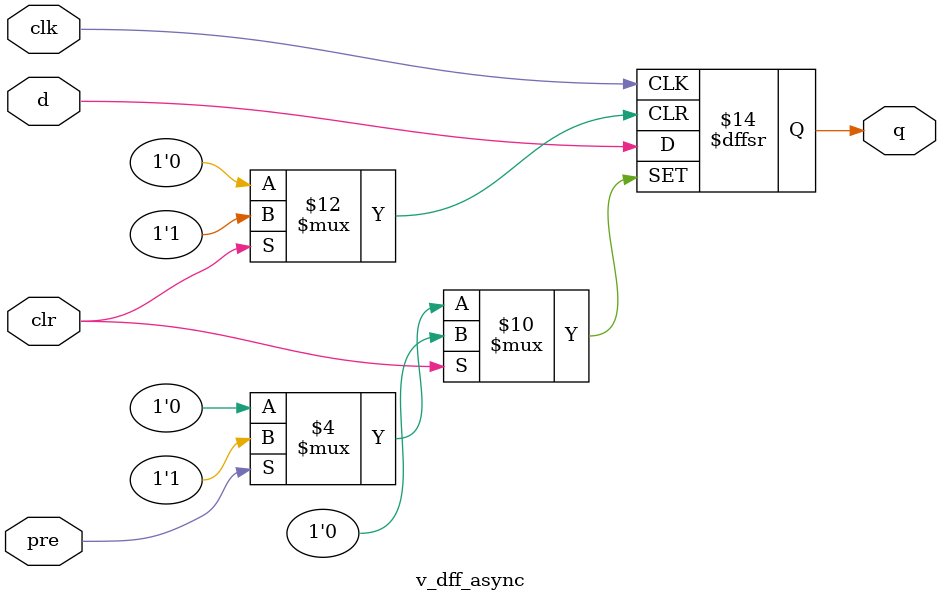
<source format=v>
module v_dff_async (
    input  wire clk,
    input  wire pre,   // async preset (active-high)
    input  wire clr,   // async clear  (active-high)
    input  wire d,
    output reg  q
);
    always @(posedge clk or posedge pre or posedge clr) begin
        if (pre)
            q <= 1'b1;
        else if (clr)
            q <= 1'b0;
        else
            q <= d;
    end
endmodule

</source>
